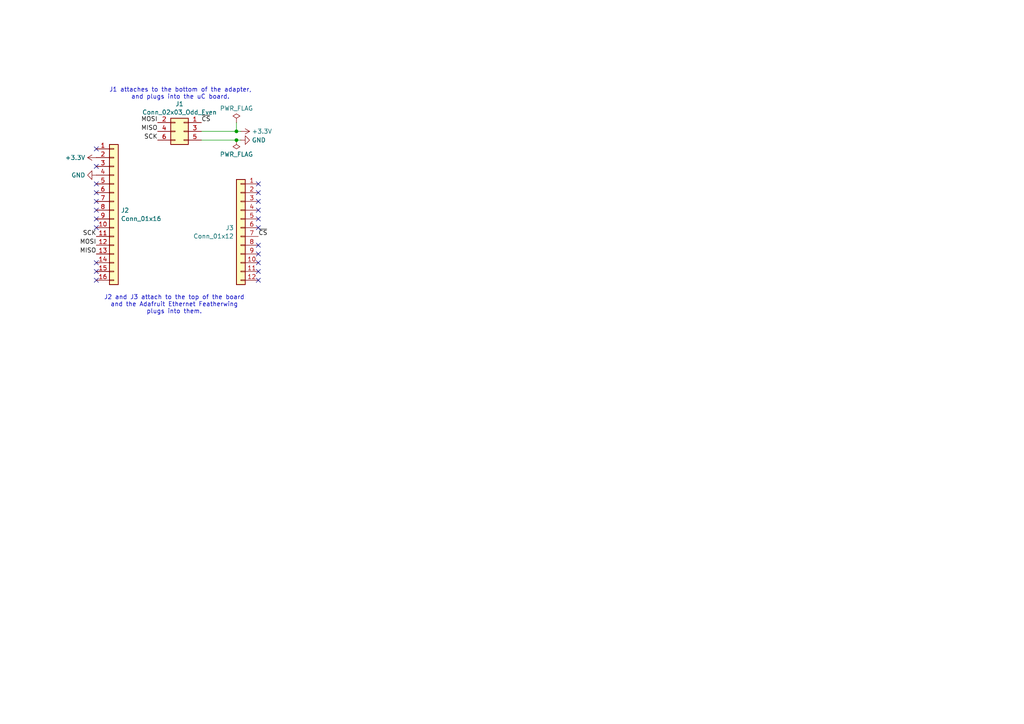
<source format=kicad_sch>
(kicad_sch (version 20231120) (generator "eeschema") (generator_version "8.0")
  (paper "A4")
  (title_block (title "Kinetoscope Ethernet Adapter Board"))
  (lib_symbols
    (symbol "Connector_Generic:Conn_01x12" (pin_names (offset 1.016) hide)
      (property "Reference" "J" (at 0 15.24 0))
      (property "Value" "Conn_01x12" (at 0 -17.78 0))
      (symbol "Conn_01x12_1_1"
        (rectangle (start -1.27 -15.113) (end 0 -15.367) (stroke (width 0.1524)))
        (rectangle (start -1.27 -12.573) (end 0 -12.827) (stroke (width 0.1524)))
        (rectangle (start -1.27 -10.033) (end 0 -10.287) (stroke (width 0.1524)))
        (rectangle (start -1.27 -7.493) (end 0 -7.747) (stroke (width 0.1524)))
        (rectangle (start -1.27 -4.953) (end 0 -5.207) (stroke (width 0.1524)))
        (rectangle (start -1.27 -2.413) (end 0 -2.667) (stroke (width 0.1524)))
        (rectangle (start -1.27 0.127) (end 0 -0.127) (stroke (width 0.1524)))
        (rectangle (start -1.27 2.667) (end 0 2.413) (stroke (width 0.1524)))
        (rectangle (start -1.27 5.207) (end 0 4.953) (stroke (width 0.1524)))
        (rectangle (start -1.27 7.747) (end 0 7.493) (stroke (width 0.1524)))
        (rectangle (start -1.27 10.287) (end 0 10.033) (stroke (width 0.1524)))
        (rectangle (start -1.27 12.827) (end 0 12.573) (stroke (width 0.1524)))
        (rectangle (start -1.27 13.97) (end 1.27 -16.51) (stroke (width 0.254)) (fill (type background)))
        (pin passive line (at -5.08 12.7 0) (length 3.81) (name "Pin_1") (number "1"))
        (pin passive line (at -5.08 -10.16 0) (length 3.81) (name "Pin_10") (number "10"))
        (pin passive line (at -5.08 -12.7 0) (length 3.81) (name "Pin_11") (number "11"))
        (pin passive line (at -5.08 -15.24 0) (length 3.81) (name "Pin_12") (number "12"))
        (pin passive line (at -5.08 10.16 0) (length 3.81) (name "Pin_2") (number "2"))
        (pin passive line (at -5.08 7.62 0) (length 3.81) (name "Pin_3") (number "3"))
        (pin passive line (at -5.08 5.08 0) (length 3.81) (name "Pin_4") (number "4"))
        (pin passive line (at -5.08 2.54 0) (length 3.81) (name "Pin_5") (number "5"))
        (pin passive line (at -5.08 0 0) (length 3.81) (name "Pin_6") (number "6"))
        (pin passive line (at -5.08 -2.54 0) (length 3.81) (name "Pin_7") (number "7"))
        (pin passive line (at -5.08 -5.08 0) (length 3.81) (name "Pin_8") (number "8"))
        (pin passive line (at -5.08 -7.62 0) (length 3.81) (name "Pin_9") (number "9"))
      )
    )
    (symbol "Connector_Generic:Conn_01x16" (pin_names (offset 1.016) hide)
      (property "Reference" "J" (at 0 20.32 0))
      (property "Value" "Conn_01x16" (at 0 -22.86 0))
      (symbol "Conn_01x16_1_1"
        (rectangle (start -1.27 -20.193) (end 0 -20.447) (stroke (width 0.1524)))
        (rectangle (start -1.27 -17.653) (end 0 -17.907) (stroke (width 0.1524)))
        (rectangle (start -1.27 -15.113) (end 0 -15.367) (stroke (width 0.1524)))
        (rectangle (start -1.27 -12.573) (end 0 -12.827) (stroke (width 0.1524)))
        (rectangle (start -1.27 -10.033) (end 0 -10.287) (stroke (width 0.1524)))
        (rectangle (start -1.27 -7.493) (end 0 -7.747) (stroke (width 0.1524)))
        (rectangle (start -1.27 -4.953) (end 0 -5.207) (stroke (width 0.1524)))
        (rectangle (start -1.27 -2.413) (end 0 -2.667) (stroke (width 0.1524)))
        (rectangle (start -1.27 0.127) (end 0 -0.127) (stroke (width 0.1524)))
        (rectangle (start -1.27 2.667) (end 0 2.413) (stroke (width 0.1524)))
        (rectangle (start -1.27 5.207) (end 0 4.953) (stroke (width 0.1524)))
        (rectangle (start -1.27 7.747) (end 0 7.493) (stroke (width 0.1524)))
        (rectangle (start -1.27 10.287) (end 0 10.033) (stroke (width 0.1524)))
        (rectangle (start -1.27 12.827) (end 0 12.573) (stroke (width 0.1524)))
        (rectangle (start -1.27 15.367) (end 0 15.113) (stroke (width 0.1524)))
        (rectangle (start -1.27 17.907) (end 0 17.653) (stroke (width 0.1524)))
        (rectangle (start -1.27 19.05) (end 1.27 -21.59) (stroke (width 0.254)) (fill (type background)))
        (pin passive line (at -5.08 17.78 0) (length 3.81) (name "Pin_1") (number "1"))
        (pin passive line (at -5.08 -5.08 0) (length 3.81) (name "Pin_10") (number "10"))
        (pin passive line (at -5.08 -7.62 0) (length 3.81) (name "Pin_11") (number "11"))
        (pin passive line (at -5.08 -10.16 0) (length 3.81) (name "Pin_12") (number "12"))
        (pin passive line (at -5.08 -12.7 0) (length 3.81) (name "Pin_13") (number "13"))
        (pin passive line (at -5.08 -15.24 0) (length 3.81) (name "Pin_14") (number "14"))
        (pin passive line (at -5.08 -17.78 0) (length 3.81) (name "Pin_15") (number "15"))
        (pin passive line (at -5.08 -20.32 0) (length 3.81) (name "Pin_16") (number "16"))
        (pin passive line (at -5.08 15.24 0) (length 3.81) (name "Pin_2") (number "2"))
        (pin passive line (at -5.08 12.7 0) (length 3.81) (name "Pin_3") (number "3"))
        (pin passive line (at -5.08 10.16 0) (length 3.81) (name "Pin_4") (number "4"))
        (pin passive line (at -5.08 7.62 0) (length 3.81) (name "Pin_5") (number "5"))
        (pin passive line (at -5.08 5.08 0) (length 3.81) (name "Pin_6") (number "6"))
        (pin passive line (at -5.08 2.54 0) (length 3.81) (name "Pin_7") (number "7"))
        (pin passive line (at -5.08 0 0) (length 3.81) (name "Pin_8") (number "8"))
        (pin passive line (at -5.08 -2.54 0) (length 3.81) (name "Pin_9") (number "9"))
      )
    )
    (symbol "Connector_Generic:Conn_02x03_Odd_Even" (pin_names (offset 1.016) hide)
      (property "Reference" "J" (at 1.27 5.08 0))
      (property "Value" "Conn_02x03_Odd_Even" (at 1.27 -5.08 0))
      (symbol "Conn_02x03_Odd_Even_1_1"
        (rectangle (start -1.27 -2.413) (end 0 -2.667) (stroke (width 0.1524)))
        (rectangle (start -1.27 0.127) (end 0 -0.127) (stroke (width 0.1524)))
        (rectangle (start -1.27 2.667) (end 0 2.413) (stroke (width 0.1524)))
        (rectangle (start -1.27 3.81) (end 3.81 -3.81) (stroke (width 0.254)) (fill (type background)))
        (rectangle (start 3.81 -2.413) (end 2.54 -2.667) (stroke (width 0.1524)))
        (rectangle (start 3.81 0.127) (end 2.54 -0.127) (stroke (width 0.1524)))
        (rectangle (start 3.81 2.667) (end 2.54 2.413) (stroke (width 0.1524)))
        (pin passive line (at -5.08 2.54 0) (length 3.81) (name "Pin_1") (number "1"))
        (pin passive line (at 7.62 2.54 180) (length 3.81) (name "Pin_2") (number "2"))
        (pin passive line (at -5.08 0 0) (length 3.81) (name "Pin_3") (number "3"))
        (pin passive line (at 7.62 0 180) (length 3.81) (name "Pin_4") (number "4"))
        (pin passive line (at -5.08 -2.54 0) (length 3.81) (name "Pin_5") (number "5"))
        (pin passive line (at 7.62 -2.54 180) (length 3.81) (name "Pin_6") (number "6"))
      )
    )
    (symbol "power:+3.3V" (power) (pin_numbers hide) (pin_names (offset 0) hide)
      (property "Value" "+3.3V" (at 0 3.556 0))
      (symbol "+3.3V_0_1"
        (polyline (pts (xy -0.762 1.27) (xy 0 2.54)))
        (polyline (pts (xy 0 0) (xy 0 2.54)))
        (polyline (pts (xy 0 2.54) (xy 0.762 1.27)))
      )
      (symbol "+3.3V_1_1"
        (pin power_in line (at 0 0 90) (length 0) (name "~") (number "1"))
      )
    )
    (symbol "power:GND" (power) (pin_numbers hide) (pin_names (offset 0) hide)
      (property "Value" "GND" (at 0 -3.81 0))
      (symbol "GND_0_1"
        (polyline (pts (xy 0 0) (xy 0 -1.27) (xy 1.27 -1.27) (xy 0 -2.54) (xy -1.27 -1.27) (xy 0 -1.27)))
      )
      (symbol "GND_1_1"
        (pin power_in line (at 0 0 270) (length 0) (name "~") (number "1"))
      )
    )
    (symbol "power:PWR_FLAG" (power) (pin_numbers hide) (pin_names (offset 0) hide)
      (property "Value" "PWR_FLAG" (at 0 3.81 0))
      (symbol "PWR_FLAG_0_0"
        (pin power_out line (at 0 0 90) (length 0) (name "~") (number "1"))
      )
      (symbol "PWR_FLAG_0_1"
        (polyline (pts (xy 0 0) (xy 0 1.27) (xy -1.016 1.905) (xy 0 2.54) (xy 1.016 1.905) (xy 0 1.27)))
      )
    )
  )
  (junction (at 68.58 40.64))
  (junction (at 68.58 38.1))
  (no_connect (at 74.93 53.34))
  (no_connect (at 27.94 76.2))
  (no_connect (at 74.93 63.5))
  (no_connect (at 27.94 78.74))
  (no_connect (at 27.94 58.42))
  (no_connect (at 27.94 63.5))
  (no_connect (at 27.94 43.18))
  (no_connect (at 74.93 78.74))
  (no_connect (at 27.94 81.28))
  (no_connect (at 27.94 48.26))
  (no_connect (at 74.93 73.66))
  (no_connect (at 27.94 66.04))
  (no_connect (at 74.93 81.28))
  (no_connect (at 27.94 53.34))
  (no_connect (at 74.93 55.88))
  (no_connect (at 27.94 55.88))
  (no_connect (at 74.93 76.2))
  (no_connect (at 74.93 66.04))
  (no_connect (at 74.93 71.12))
  (no_connect (at 74.93 60.96))
  (no_connect (at 74.93 58.42))
  (no_connect (at 27.94 60.96))
  (wire (pts (xy 69.85 40.64) (xy 68.58 40.64)))
  (wire (pts (xy 69.85 38.1) (xy 68.58 38.1)))
  (wire (pts (xy 58.42 38.1) (xy 68.58 38.1)))
  (wire (pts (xy 68.58 35.56) (xy 68.58 38.1)))
  (wire (pts (xy 58.42 40.64) (xy 68.58 40.64)))
  (text "J1 attaches to the bottom of the adapter,\nand plugs into the uC board." (at 52.324 27.178 0) (effects (font (size 1.27 1.27))))
  (text "J2 and J3 attach to the top of the board\nand the Adafruit Ethernet Featherwing\nplugs into them." (at 50.546 88.392 0) (effects (font (size 1.27 1.27))))
  (label "~{CS}" (at 58.42 35.56 0))
  (label "MOSI" (at 45.72 35.56 180))
  (label "MISO" (at 45.72 38.1 180))
  (label "MISO" (at 27.94 73.66 180))
  (label "~{CS}" (at 74.93 68.58 0))
  (label "SCK" (at 45.72 40.64 180))
  (label "MOSI" (at 27.94 71.12 180))
  (label "SCK" (at 27.94 68.58 180))
  (symbol (lib_id "Connector_Generic:Conn_02x03_Odd_Even") (at 53.34 38.1 0) (mirror y) (unit 1)
    (property "Reference" "J1" (at 52.07 30.1455 0))
    (property "Value" "Conn_02x03_Odd_Even" (at 52.07 32.5698 0))
    (property "Footprint" "Connector_PinHeader_2.54mm:PinHeader_2x03_P2.54mm_Vertical" (effects (hide yes)))
    (property "Description" "Generic connector, double row, 02x03, odd/even pin numbering scheme (row 1 odd numbers, row 2 even numbers), script generated (kicad-library-utils/schlib/autogen/connector/)" (effects (hide yes)))
    (property "JLCPCB Part Number" "C7501594" (effects (hide yes)))
    (property "Mouser Part Number" "737-PH2-06-UA" (effects (hide yes)))
    (property "Part Number" "PH2-06-UA" (effects (hide yes)))
  )
  (symbol (lib_id "Connector_Generic:Conn_01x16") (at 33.02 60.96 0) (unit 1)
    (property "Reference" "J2" (at 35.052 61.0178 0) (effects (justify left)))
    (property "Value" "Conn_01x16" (at 35.052 63.4421 0) (effects (justify left)))
    (property "Footprint" "Connector_PinHeader_2.54mm:PinHeader_1x16_P2.54mm_Vertical" (effects (hide yes)))
    (property "Description" "Generic connector, single row, 01x16, script generated (kicad-library-utils/schlib/autogen/connector/)" (effects (hide yes)))
    (property "JLCPCB Part Number" "C18078137" (effects (hide yes)))
    (property "Mouser Part Number" "710-61301611821" (effects (hide yes)))
    (property "Part Number" "61301611821" (effects (hide yes)))
  )
  (symbol (lib_id "power:PWR_FLAG") (at 68.58 40.64 180) (unit 1)
    (property "Reference" "#FLG02" (effects (hide yes)))
    (property "Value" "PWR_FLAG" (at 68.58 44.7731 0))
    (property "Description" "Special symbol for telling ERC where power comes from" (effects (hide yes)))
  )
  (symbol (lib_id "power:GND") (at 69.85 40.64 90) (unit 1)
    (property "Reference" "#PWR02" (effects (hide yes)))
    (property "Value" "GND" (at 73.025 40.64 90) (effects (justify right)))
    (property "Description" "Power symbol creates a global label with name \"GND\" , ground" (effects (hide yes)))
  )
  (symbol (lib_id "power:+3.3V") (at 27.94 45.72 90) (unit 1)
    (property "Reference" "#PWR05" (effects (hide yes)))
    (property "Value" "+3.3V" (at 24.765 45.72 90) (effects (justify left)))
    (property "Description" "Power symbol creates a global label with name \"+3.3V\"" (effects (hide yes)))
  )
  (symbol (lib_id "power:PWR_FLAG") (at 68.58 35.56 0) (unit 1)
    (property "Reference" "#FLG01" (effects (hide yes)))
    (property "Value" "PWR_FLAG" (at 68.58 31.4269 0))
    (property "Description" "Special symbol for telling ERC where power comes from" (effects (hide yes)))
  )
  (symbol (lib_id "Connector_Generic:Conn_01x12") (at 69.85 66.04 0) (mirror y) (unit 1)
    (property "Reference" "J3" (at 67.818 66.0978 0) (effects (justify left)))
    (property "Value" "Conn_01x12" (at 67.818 68.5221 0) (effects (justify left)))
    (property "Footprint" "Connector_PinHeader_2.54mm:PinHeader_1x12_P2.54mm_Vertical" (effects (hide yes)))
    (property "Description" "Generic connector, single row, 01x12, script generated (kicad-library-utils/schlib/autogen/connector/)" (effects (hide yes)))
    (property "JLCPCB Part Number" "C7499331" (effects (hide yes)))
    (property "Mouser Part Number" "710-61301211821" (effects (hide yes)))
    (property "Part Number" "61301211821" (effects (hide yes)))
  )
  (symbol (lib_id "power:+3.3V") (at 69.85 38.1 270) (unit 1)
    (property "Reference" "#PWR01" (effects (hide yes)))
    (property "Value" "+3.3V" (at 73.025 38.1 90) (effects (justify left)))
    (property "Description" "Power symbol creates a global label with name \"+3.3V\"" (effects (hide yes)))
  )
  (symbol (lib_id "power:GND") (at 27.94 50.8 270) (unit 1)
    (property "Reference" "#PWR03" (effects (hide yes)))
    (property "Value" "GND" (at 24.7651 50.8 90) (effects (justify right)))
    (property "Description" "Power symbol creates a global label with name \"GND\" , ground" (effects (hide yes)))
  )
)
</source>
